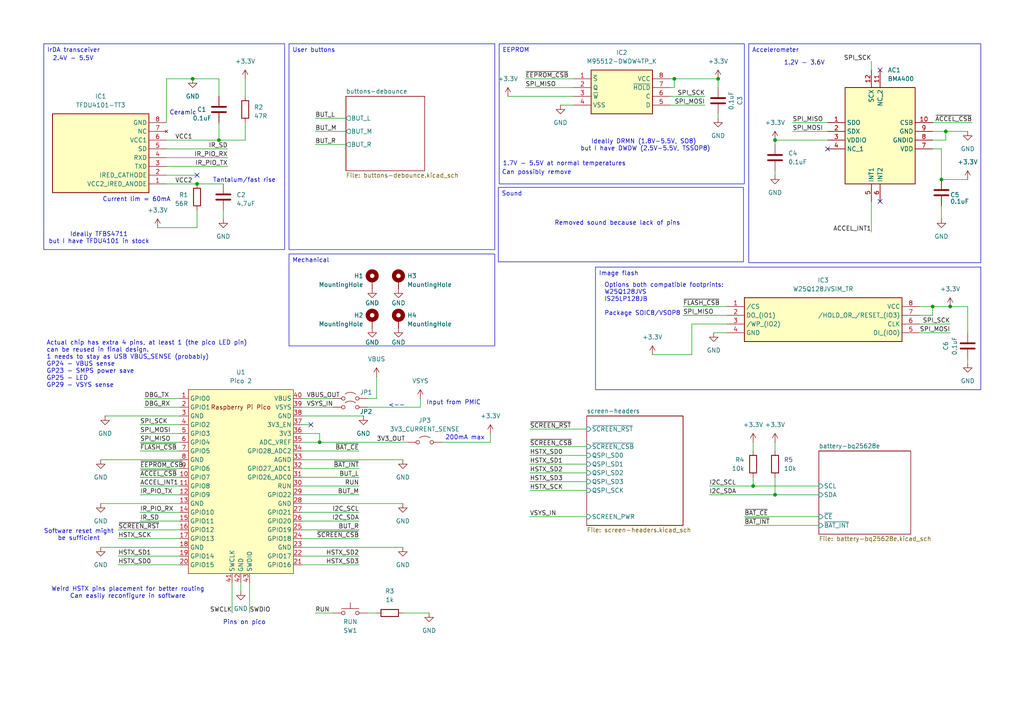
<source format=kicad_sch>
(kicad_sch (version 20231120) (generator "eeschema") (generator_version "8.0")
  (paper "A4")
  (lib_symbols
    (symbol "+3.3V_1" (power) (pin_numbers hide) (pin_names (offset 0) hide)
      (property "Value" "+3.3V" (at 0 3.556 0))
      (symbol "+3.3V_1_0_1"
        (polyline (pts (xy -0.762 1.27) (xy 0 2.54)))
        (polyline (pts (xy 0 0) (xy 0 2.54)))
        (polyline (pts (xy 0 2.54) (xy 0.762 1.27)))
      )
      (symbol "+3.3V_1_1_1"
        (pin power_in line (at 0 0 90) (length 0) (name "~") (number "1"))
      )
    )
    (symbol "BMA400_1"
      (property "Reference" "AC" (at 26.67 15.24 0))
      (property "Value" "BMA400" (at 26.67 12.7 0))
      (symbol "BMA400_1_1_1"
        (rectangle (start 5.08 10.16) (end 25.4 -17.78) (stroke (width 0.254)) (fill (type background)))
        (pin passive line (at 0 0 0) (length 5.08) (name "SDO") (number "1"))
        (pin passive line (at 30.48 0 180) (length 5.08) (name "CSB") (number "10"))
        (pin passive line (at 15.24 15.24 270) (length 5.08) (name "NC_2") (number "11"))
        (pin passive line (at 12.7 15.24 270) (length 5.08) (name "SCX") (number "12"))
        (pin passive line (at 0 -2.54 0) (length 5.08) (name "SDX") (number "2"))
        (pin passive line (at 0 -5.08 0) (length 5.08) (name "VDDIO") (number "3"))
        (pin passive line (at 0 -7.62 0) (length 5.08) (name "NC_1") (number "4"))
        (pin passive line (at 12.7 -22.86 90) (length 5.08) (name "INT1") (number "5"))
        (pin passive line (at 15.24 -22.86 90) (length 5.08) (name "INT2") (number "6"))
        (pin passive line (at 30.48 -7.62 180) (length 5.08) (name "VDD") (number "7"))
        (pin passive line (at 30.48 -5.08 180) (length 5.08) (name "GNDIO") (number "8"))
        (pin passive line (at 30.48 -2.54 180) (length 5.08) (name "GND") (number "9"))
      )
    )
    (symbol "Device:C" (pin_numbers hide) (pin_names (offset 0.254))
      (property "Reference" "C" (at 0.635 2.54 0))
      (property "Value" "C" (at 0.635 -2.54 0))
      (symbol "C_0_1"
        (polyline (pts (xy -2.032 -0.762) (xy 2.032 -0.762)) (stroke (width 0.508)))
        (polyline (pts (xy -2.032 0.762) (xy 2.032 0.762)) (stroke (width 0.508)))
      )
      (symbol "C_1_1"
        (pin passive line (at 0 3.81 270) (length 2.794) (name "~") (number "1"))
        (pin passive line (at 0 -3.81 90) (length 2.794) (name "~") (number "2"))
      )
    )
    (symbol "Device:R" (pin_numbers hide) (pin_names (offset 0))
      (property "Reference" "R" (at 2.032 0 90))
      (property "Value" "R" (at 0 0 90))
      (symbol "R_0_1"
        (rectangle (start -1.016 -2.54) (end 1.016 2.54) (stroke (width 0.254)))
      )
      (symbol "R_1_1"
        (pin passive line (at 0 3.81 270) (length 1.27) (name "~") (number "1"))
        (pin passive line (at 0 -3.81 90) (length 1.27) (name "~") (number "2"))
      )
    )
    (symbol "GND_1" (power) (pin_numbers hide) (pin_names (offset 0) hide)
      (property "Value" "GND" (at 0 -3.81 0))
      (symbol "GND_1_0_1"
        (polyline (pts (xy 0 0) (xy 0 -1.27) (xy 1.27 -1.27) (xy 0 -2.54) (xy -1.27 -1.27) (xy 0 -1.27)))
      )
      (symbol "GND_1_1_1"
        (pin power_in line (at 0 0 270) (length 0) (name "~") (number "1"))
      )
    )
    (symbol "Jumper:Jumper_2_Open" (pin_numbers hide) (pin_names (offset 0) hide) (exclude_from_sim yes)
      (property "Reference" "JP" (at 0 2.794 0))
      (property "Value" "Jumper_2_Open" (at 0 -2.286 0))
      (symbol "Jumper_2_Open_0_0"
        (circle (center -2.032 0) (radius 0.508))
        (circle (center 2.032 0) (radius 0.508))
      )
      (symbol "Jumper_2_Open_0_1"
        (arc (start 1.524 1.27) (mid 0 1.778) (end -1.524 1.27))
      )
      (symbol "Jumper_2_Open_1_1"
        (pin passive line (at -5.08 0 0) (length 2.54) (name "A") (number "1"))
        (pin passive line (at 5.08 0 180) (length 2.54) (name "B") (number "2"))
      )
    )
    (symbol "MCU_RaspberryPi_and_Boards:Pico"
      (property "Reference" "U" (at -13.97 27.94 0))
      (property "Value" "Pico" (at 0 19.05 0))
      (symbol "Pico_0_0"
        (text "Raspberry Pi Pico" (at 0 21.59 0) (effects (font (size 1.27 1.27))))
      )
      (symbol "Pico_0_1"
        (rectangle (start -15.24 26.67) (end 15.24 -26.67) (fill (type background)))
      )
      (symbol "Pico_1_1"
        (pin bidirectional line (at -17.78 24.13 0) (length 2.54) (name "GPIO0") (number "1"))
        (pin bidirectional line (at -17.78 1.27 0) (length 2.54) (name "GPIO7") (number "10"))
        (pin bidirectional line (at -17.78 -1.27 0) (length 2.54) (name "GPIO8") (number "11"))
        (pin bidirectional line (at -17.78 -3.81 0) (length 2.54) (name "GPIO9") (number "12"))
        (pin power_in line (at -17.78 -6.35 0) (length 2.54) (name "GND") (number "13"))
        (pin bidirectional line (at -17.78 -8.89 0) (length 2.54) (name "GPIO10") (number "14"))
        (pin bidirectional line (at -17.78 -11.43 0) (length 2.54) (name "GPIO11") (number "15"))
        (pin bidirectional line (at -17.78 -13.97 0) (length 2.54) (name "GPIO12") (number "16"))
        (pin bidirectional line (at -17.78 -16.51 0) (length 2.54) (name "GPIO13") (number "17"))
        (pin power_in line (at -17.78 -19.05 0) (length 2.54) (name "GND") (number "18"))
        (pin bidirectional line (at -17.78 -21.59 0) (length 2.54) (name "GPIO14") (number "19"))
        (pin bidirectional line (at -17.78 21.59 0) (length 2.54) (name "GPIO1") (number "2"))
        (pin bidirectional line (at -17.78 -24.13 0) (length 2.54) (name "GPIO15") (number "20"))
        (pin bidirectional line (at 17.78 -24.13 180) (length 2.54) (name "GPIO16") (number "21"))
        (pin bidirectional line (at 17.78 -21.59 180) (length 2.54) (name "GPIO17") (number "22"))
        (pin power_in line (at 17.78 -19.05 180) (length 2.54) (name "GND") (number "23"))
        (pin bidirectional line (at 17.78 -16.51 180) (length 2.54) (name "GPIO18") (number "24"))
        (pin bidirectional line (at 17.78 -13.97 180) (length 2.54) (name "GPIO19") (number "25"))
        (pin bidirectional line (at 17.78 -11.43 180) (length 2.54) (name "GPIO20") (number "26"))
        (pin bidirectional line (at 17.78 -8.89 180) (length 2.54) (name "GPIO21") (number "27"))
        (pin power_in line (at 17.78 -6.35 180) (length 2.54) (name "GND") (number "28"))
        (pin bidirectional line (at 17.78 -3.81 180) (length 2.54) (name "GPIO22") (number "29"))
        (pin power_in line (at -17.78 19.05 0) (length 2.54) (name "GND") (number "3"))
        (pin input line (at 17.78 -1.27 180) (length 2.54) (name "RUN") (number "30"))
        (pin bidirectional line (at 17.78 1.27 180) (length 2.54) (name "GPIO26_ADC0") (number "31"))
        (pin bidirectional line (at 17.78 3.81 180) (length 2.54) (name "GPIO27_ADC1") (number "32"))
        (pin power_in line (at 17.78 6.35 180) (length 2.54) (name "AGND") (number "33"))
        (pin bidirectional line (at 17.78 8.89 180) (length 2.54) (name "GPIO28_ADC2") (number "34"))
        (pin power_in line (at 17.78 11.43 180) (length 2.54) (name "ADC_VREF") (number "35"))
        (pin power_in line (at 17.78 13.97 180) (length 2.54) (name "3V3") (number "36"))
        (pin input line (at 17.78 16.51 180) (length 2.54) (name "3V3_EN") (number "37"))
        (pin bidirectional line (at 17.78 19.05 180) (length 2.54) (name "GND") (number "38"))
        (pin power_in line (at 17.78 21.59 180) (length 2.54) (name "VSYS") (number "39"))
        (pin bidirectional line (at -17.78 16.51 0) (length 2.54) (name "GPIO2") (number "4"))
        (pin power_in line (at 17.78 24.13 180) (length 2.54) (name "VBUS") (number "40"))
        (pin input line (at -2.54 -29.21 90) (length 2.54) (name "SWCLK") (number "41"))
        (pin power_in line (at 0 -29.21 90) (length 2.54) (name "GND") (number "42"))
        (pin bidirectional line (at 2.54 -29.21 90) (length 2.54) (name "SWDIO") (number "43"))
        (pin bidirectional line (at -17.78 13.97 0) (length 2.54) (name "GPIO3") (number "5"))
        (pin bidirectional line (at -17.78 11.43 0) (length 2.54) (name "GPIO4") (number "6"))
        (pin bidirectional line (at -17.78 8.89 0) (length 2.54) (name "GPIO5") (number "7"))
        (pin power_in line (at -17.78 6.35 0) (length 2.54) (name "GND") (number "8"))
        (pin bidirectional line (at -17.78 3.81 0) (length 2.54) (name "GPIO6") (number "9"))
      )
    )
    (symbol "Mechanical:MountingHole_Pad" (pin_numbers hide) (pin_names (offset 1.016) hide) (exclude_from_sim yes) (in_bom no)
      (property "Reference" "H" (at 0 6.35 0))
      (property "Value" "MountingHole_Pad" (at 0 4.445 0))
      (symbol "MountingHole_Pad_0_1"
        (circle (center 0 1.27) (radius 1.27) (stroke (width 1.27)))
      )
      (symbol "MountingHole_Pad_1_1"
        (pin input line (at 0 -2.54 90) (length 2.54) (name "1") (number "1"))
      )
    )
    (symbol "SamacSys_Parts:M95512-DWDW4TP_K"
      (property "Reference" "IC" (at 24.13 7.62 0))
      (property "Value" "M95512-DWDW4TP_K" (at 24.13 5.08 0))
      (symbol "M95512-DWDW4TP_K_1_1"
        (rectangle (start 5.08 2.54) (end 22.86 -10.16) (stroke (width 0.254)) (fill (type background)))
        (pin passive line (at 0 0 0) (length 5.08) (name "~{S}") (number "1"))
        (pin passive line (at 0 -2.54 0) (length 5.08) (name "Q") (number "2"))
        (pin passive line (at 0 -5.08 0) (length 5.08) (name "~{W}") (number "3"))
        (pin passive line (at 0 -7.62 0) (length 5.08) (name "VSS") (number "4"))
        (pin passive line (at 27.94 -7.62 180) (length 5.08) (name "D") (number "5"))
        (pin passive line (at 27.94 -5.08 180) (length 5.08) (name "C") (number "6"))
        (pin passive line (at 27.94 -2.54 180) (length 5.08) (name "~{HOLD}") (number "7"))
        (pin passive line (at 27.94 0 180) (length 5.08) (name "VCC") (number "8"))
      )
    )
    (symbol "SamacSys_Parts:TFDU4101-TT3"
      (property "Reference" "IC" (at 34.29 7.62 0))
      (property "Value" "TFDU4101-TT3" (at 34.29 5.08 0))
      (symbol "TFDU4101-TT3_1_1"
        (rectangle (start 5.08 2.54) (end 33.02 -20.32) (stroke (width 0.254)) (fill (type background)))
        (pin passive line (at 0 0 0) (length 5.08) (name "VCC2_IRED_ANODE") (number "1"))
        (pin passive line (at 0 -2.54 0) (length 5.08) (name "IRED_CATHODE") (number "2"))
        (pin passive line (at 0 -5.08 0) (length 5.08) (name "TXD") (number "3"))
        (pin passive line (at 0 -7.62 0) (length 5.08) (name "RXD") (number "4"))
        (pin passive line (at 0 -10.16 0) (length 5.08) (name "SD") (number "5"))
        (pin passive line (at 0 -12.7 0) (length 5.08) (name "VCC1") (number "6"))
        (pin no_connect line (at 0 -15.24 0) (length 5.08) (name "NC") (number "7"))
        (pin passive line (at 0 -17.78 0) (length 5.08) (name "GND") (number "8"))
      )
    )
    (symbol "SamacSys_Parts:W25Q128JVSIM_TR"
      (property "Reference" "IC" (at 52.07 7.62 0))
      (property "Value" "W25Q128JVSIM_TR" (at 52.07 5.08 0))
      (symbol "W25Q128JVSIM_TR_1_1"
        (rectangle (start 5.08 2.54) (end 50.8 -10.16) (stroke (width 0.254)) (fill (type background)))
        (pin passive line (at 0 0 0) (length 5.08) (name "/CS") (number "1"))
        (pin passive line (at 0 -2.54 0) (length 5.08) (name "DO_(IO1)") (number "2"))
        (pin passive line (at 0 -5.08 0) (length 5.08) (name "/WP_(IO2)") (number "3"))
        (pin passive line (at 0 -7.62 0) (length 5.08) (name "GND") (number "4"))
        (pin passive line (at 55.88 -7.62 180) (length 5.08) (name "DI_(IO0)") (number "5"))
        (pin passive line (at 55.88 -5.08 180) (length 5.08) (name "CLK") (number "6"))
        (pin passive line (at 55.88 -2.54 180) (length 5.08) (name "/HOLD_OR_/RESET_(IO3)") (number "7"))
        (pin passive line (at 55.88 0 180) (length 5.08) (name "VCC") (number "8"))
      )
    )
    (symbol "Switch:SW_Push" (pin_numbers hide) (pin_names (offset 1.016) hide)
      (property "Reference" "SW" (at 1.27 2.54 0))
      (property "Value" "SW_Push" (at 0 -1.524 0))
      (symbol "SW_Push_0_1"
        (circle (center -2.032 0) (radius 0.508))
        (polyline (pts (xy 0 1.27) (xy 0 3.048)))
        (polyline (pts (xy 2.54 1.27) (xy -2.54 1.27)))
        (circle (center 2.032 0) (radius 0.508))
        (pin passive line (at -5.08 0 0) (length 2.54) (name "1") (number "1"))
        (pin passive line (at 5.08 0 180) (length 2.54) (name "2") (number "2"))
      )
    )
    (symbol "power:+3.3V" (power) (pin_names (offset 0))
      (property "Value" "+3.3V" (at 0 3.556 0))
      (symbol "+3.3V_0_1"
        (polyline (pts (xy -0.762 1.27) (xy 0 2.54)))
        (polyline (pts (xy 0 0) (xy 0 2.54)))
        (polyline (pts (xy 0 2.54) (xy 0.762 1.27)))
      )
      (symbol "+3.3V_1_1"
        (pin power_in line (at 0 0 90) (length 0) hide (name "+3.3V") (number "1"))
      )
    )
    (symbol "power:GND" (power) (pin_names (offset 0))
      (property "Value" "GND" (at 0 -3.81 0))
      (symbol "GND_0_1"
        (polyline (pts (xy 0 0) (xy 0 -1.27) (xy 1.27 -1.27) (xy 0 -2.54) (xy -1.27 -1.27) (xy 0 -1.27)))
      )
      (symbol "GND_1_1"
        (pin power_in line (at 0 0 270) (length 0) hide (name "GND") (number "1"))
      )
    )
    (symbol "power:VBUS" (power) (pin_numbers hide) (pin_names (offset 0) hide)
      (property "Value" "VBUS" (at 0 3.556 0))
      (symbol "VBUS_0_1"
        (polyline (pts (xy -0.762 1.27) (xy 0 2.54)))
        (polyline (pts (xy 0 0) (xy 0 2.54)))
        (polyline (pts (xy 0 2.54) (xy 0.762 1.27)))
      )
      (symbol "VBUS_1_1"
        (pin power_in line (at 0 0 90) (length 0) (name "~") (number "1"))
      )
    )
    (symbol "power:VCC" (power) (pin_numbers hide) (pin_names (offset 0) hide)
      (property "Value" "VCC" (at 0 3.556 0))
      (symbol "VCC_0_1"
        (polyline (pts (xy -0.762 1.27) (xy 0 2.54)))
        (polyline (pts (xy 0 0) (xy 0 2.54)))
        (polyline (pts (xy 0 2.54) (xy 0.762 1.27)))
      )
      (symbol "VCC_1_1"
        (pin power_in line (at 0 0 90) (length 0) (name "~") (number "1"))
      )
    )
  )
  (junction (at 92.71 128.27))
  (junction (at 224.79 40.64))
  (junction (at 270.51 88.9))
  (junction (at 273.05 52.07))
  (junction (at 224.79 143.51))
  (junction (at 218.44 140.97))
  (junction (at 55.88 22.86))
  (junction (at 63.5 40.64))
  (junction (at 57.15 53.34))
  (junction (at 274.32 38.1))
  (junction (at 208.28 22.86))
  (junction (at 195.58 22.86))
  (junction (at 275.59 88.9))
  (no_connect (at 240.03 43.18))
  (no_connect (at 57.15 50.8))
  (no_connect (at 255.27 20.32))
  (no_connect (at 90.17 123.19))
  (no_connect (at 255.27 58.42))
  (wire (pts (xy 153.67 134.62) (xy 170.18 134.62)))
  (wire (pts (xy 40.64 148.59) (xy 52.07 148.59)))
  (wire (pts (xy 106.68 115.57) (xy 109.22 115.57)))
  (wire (pts (xy 40.64 123.19) (xy 52.07 123.19)))
  (wire (pts (xy 40.64 135.89) (xy 52.07 135.89)))
  (wire (pts (xy 208.28 34.29) (xy 208.28 33.02)))
  (wire (pts (xy 195.58 22.86) (xy 194.31 22.86)))
  (wire (pts (xy 40.64 140.97) (xy 52.07 140.97)))
  (wire (pts (xy 153.67 124.46) (xy 170.18 124.46)))
  (wire (pts (xy 48.26 22.86) (xy 55.88 22.86)))
  (wire (pts (xy 40.64 138.43) (xy 52.07 138.43)))
  (wire (pts (xy 29.21 146.05) (xy 52.07 146.05)))
  (wire (pts (xy 87.63 118.11) (xy 96.52 118.11)))
  (wire (pts (xy 87.63 151.13) (xy 104.14 151.13)))
  (wire (pts (xy 274.32 40.64) (xy 274.32 38.1)))
  (wire (pts (xy 48.26 45.72) (xy 66.04 45.72)))
  (wire (pts (xy 142.24 128.27) (xy 142.24 125.73)))
  (wire (pts (xy 91.44 34.29) (xy 100.33 34.29)))
  (wire (pts (xy 218.44 128.27) (xy 218.44 130.81)))
  (wire (pts (xy 153.67 132.08) (xy 170.18 132.08)))
  (wire (pts (xy 87.63 135.89) (xy 104.14 135.89)))
  (wire (pts (xy 218.44 138.43) (xy 218.44 140.97)))
  (wire (pts (xy 57.15 50.8) (xy 48.26 50.8)))
  (wire (pts (xy 45.72 66.04) (xy 57.15 66.04)))
  (wire (pts (xy 273.05 43.18) (xy 270.51 43.18)))
  (wire (pts (xy 224.79 41.91) (xy 224.79 40.64)))
  (wire (pts (xy 270.51 88.9) (xy 275.59 88.9)))
  (wire (pts (xy 87.63 163.83) (xy 104.14 163.83)))
  (wire (pts (xy 273.05 52.07) (xy 273.05 43.18)))
  (wire (pts (xy 41.91 118.11) (xy 52.07 118.11)))
  (wire (pts (xy 152.4 25.4) (xy 166.37 25.4)))
  (wire (pts (xy 252.73 58.42) (xy 252.73 67.31)))
  (wire (pts (xy 87.63 148.59) (xy 104.14 148.59)))
  (wire (pts (xy 224.79 50.8) (xy 224.79 49.53)))
  (wire (pts (xy 195.58 22.86) (xy 208.28 22.86)))
  (wire (pts (xy 270.51 35.56) (xy 281.94 35.56)))
  (wire (pts (xy 87.63 146.05) (xy 116.84 146.05)))
  (wire (pts (xy 274.32 38.1) (xy 270.51 38.1)))
  (wire (pts (xy 48.26 53.34) (xy 57.15 53.34)))
  (wire (pts (xy 194.31 27.94) (xy 204.47 27.94)))
  (wire (pts (xy 34.29 163.83) (xy 52.07 163.83)))
  (wire (pts (xy 116.84 177.8) (xy 124.46 177.8)))
  (wire (pts (xy 87.63 138.43) (xy 104.14 138.43)))
  (wire (pts (xy 87.63 158.75) (xy 116.84 158.75)))
  (wire (pts (xy 205.74 140.97) (xy 218.44 140.97)))
  (wire (pts (xy 200.66 93.98) (xy 210.82 93.98)))
  (wire (pts (xy 87.63 123.19) (xy 90.17 123.19)))
  (wire (pts (xy 29.21 158.75) (xy 52.07 158.75)))
  (wire (pts (xy 106.68 118.11) (xy 121.92 118.11)))
  (wire (pts (xy 224.79 40.64) (xy 240.03 40.64)))
  (wire (pts (xy 252.73 17.78) (xy 252.73 20.32)))
  (wire (pts (xy 121.92 118.11) (xy 121.92 115.57)))
  (wire (pts (xy 153.67 149.86) (xy 170.18 149.86)))
  (wire (pts (xy 57.15 66.04) (xy 57.15 60.96)))
  (wire (pts (xy 64.77 63.5) (xy 64.77 60.96)))
  (wire (pts (xy 87.63 128.27) (xy 92.71 128.27)))
  (wire (pts (xy 200.66 102.87) (xy 200.66 93.98)))
  (wire (pts (xy 153.67 137.16) (xy 170.18 137.16)))
  (wire (pts (xy 195.58 25.4) (xy 194.31 25.4)))
  (wire (pts (xy 91.44 177.8) (xy 96.52 177.8)))
  (wire (pts (xy 229.87 35.56) (xy 240.03 35.56)))
  (wire (pts (xy 41.91 115.57) (xy 52.07 115.57)))
  (wire (pts (xy 280.67 38.1) (xy 274.32 38.1)))
  (wire (pts (xy 198.12 91.44) (xy 210.82 91.44)))
  (wire (pts (xy 270.51 91.44) (xy 266.7 91.44)))
  (wire (pts (xy 40.64 151.13) (xy 52.07 151.13)))
  (wire (pts (xy 87.63 133.35) (xy 116.84 133.35)))
  (wire (pts (xy 210.82 96.52) (xy 207.01 96.52)))
  (wire (pts (xy 153.67 129.54) (xy 170.18 129.54)))
  (wire (pts (xy 87.63 115.57) (xy 96.52 115.57)))
  (wire (pts (xy 153.67 139.7) (xy 170.18 139.7)))
  (wire (pts (xy 194.31 30.48) (xy 204.47 30.48)))
  (wire (pts (xy 162.56 30.48) (xy 166.37 30.48)))
  (wire (pts (xy 215.9 152.4) (xy 237.49 152.4)))
  (wire (pts (xy 152.4 22.86) (xy 166.37 22.86)))
  (wire (pts (xy 229.87 38.1) (xy 240.03 38.1)))
  (wire (pts (xy 34.29 161.29) (xy 52.07 161.29)))
  (wire (pts (xy 48.26 43.18) (xy 66.04 43.18)))
  (wire (pts (xy 128.27 128.27) (xy 142.24 128.27)))
  (wire (pts (xy 87.63 120.65) (xy 105.41 120.65)))
  (wire (pts (xy 40.64 143.51) (xy 52.07 143.51)))
  (wire (pts (xy 280.67 88.9) (xy 280.67 96.52)))
  (wire (pts (xy 63.5 22.86) (xy 63.5 27.94)))
  (wire (pts (xy 87.63 140.97) (xy 104.14 140.97)))
  (wire (pts (xy 91.44 38.1) (xy 100.33 38.1)))
  (wire (pts (xy 270.51 40.64) (xy 274.32 40.64)))
  (wire (pts (xy 205.74 143.51) (xy 224.79 143.51)))
  (wire (pts (xy 30.48 120.65) (xy 52.07 120.65)))
  (wire (pts (xy 280.67 88.9) (xy 275.59 88.9)))
  (wire (pts (xy 218.44 140.97) (xy 237.49 140.97)))
  (wire (pts (xy 87.63 143.51) (xy 104.14 143.51)))
  (wire (pts (xy 92.71 125.73) (xy 92.71 128.27)))
  (wire (pts (xy 147.32 27.94) (xy 166.37 27.94)))
  (wire (pts (xy 34.29 153.67) (xy 52.07 153.67)))
  (wire (pts (xy 215.9 149.86) (xy 237.49 149.86)))
  (wire (pts (xy 109.22 115.57) (xy 109.22 109.22)))
  (wire (pts (xy 106.68 177.8) (xy 109.22 177.8)))
  (wire (pts (xy 71.12 22.86) (xy 71.12 27.94)))
  (wire (pts (xy 224.79 138.43) (xy 224.79 143.51)))
  (wire (pts (xy 275.59 93.98) (xy 266.7 93.98)))
  (wire (pts (xy 266.7 88.9) (xy 270.51 88.9)))
  (wire (pts (xy 34.29 156.21) (xy 52.07 156.21)))
  (wire (pts (xy 198.12 88.9) (xy 210.82 88.9)))
  (wire (pts (xy 48.26 22.86) (xy 48.26 35.56)))
  (wire (pts (xy 72.39 168.91) (xy 72.39 177.8)))
  (wire (pts (xy 273.05 52.07) (xy 280.67 52.07)))
  (wire (pts (xy 189.23 102.87) (xy 200.66 102.87)))
  (wire (pts (xy 69.85 168.91) (xy 69.85 171.45)))
  (wire (pts (xy 87.63 156.21) (xy 104.14 156.21)))
  (wire (pts (xy 92.71 128.27) (xy 118.11 128.27)))
  (wire (pts (xy 40.64 125.73) (xy 52.07 125.73)))
  (wire (pts (xy 153.67 142.24) (xy 170.18 142.24)))
  (wire (pts (xy 280.67 105.41) (xy 280.67 104.14)))
  (wire (pts (xy 87.63 153.67) (xy 104.14 153.67)))
  (wire (pts (xy 195.58 22.86) (xy 195.58 25.4)))
  (wire (pts (xy 67.31 168.91) (xy 67.31 177.8)))
  (wire (pts (xy 91.44 41.91) (xy 100.33 41.91)))
  (wire (pts (xy 40.64 130.81) (xy 52.07 130.81)))
  (wire (pts (xy 87.63 125.73) (xy 92.71 125.73)))
  (wire (pts (xy 63.5 40.64) (xy 63.5 35.56)))
  (wire (pts (xy 87.63 130.81) (xy 104.14 130.81)))
  (wire (pts (xy 275.59 96.52) (xy 266.7 96.52)))
  (wire (pts (xy 63.5 40.64) (xy 71.12 40.64)))
  (wire (pts (xy 224.79 143.51) (xy 237.49 143.51)))
  (wire (pts (xy 208.28 22.86) (xy 208.28 25.4)))
  (wire (pts (xy 71.12 40.64) (xy 71.12 35.56)))
  (wire (pts (xy 273.05 59.69) (xy 273.05 63.5)))
  (wire (pts (xy 48.26 48.26) (xy 66.04 48.26)))
  (wire (pts (xy 57.15 53.34) (xy 64.77 53.34)))
  (wire (pts (xy 87.63 161.29) (xy 104.14 161.29)))
  (wire (pts (xy 224.79 128.27) (xy 224.79 130.81)))
  (wire (pts (xy 270.51 88.9) (xy 270.51 91.44)))
  (wire (pts (xy 55.88 22.86) (xy 63.5 22.86)))
  (wire (pts (xy 29.21 133.35) (xy 52.07 133.35)))
  (wire (pts (xy 48.26 40.64) (xy 63.5 40.64)))
  (wire (pts (xy 40.64 128.27) (xy 52.07 128.27)))
  (text_box "User buttons\n" (at 83.82 12.7 0) (size 59.69 59.69) (effects (font (size 1.27 1.27)) (justify left top)))
  (text_box "Accelerometer" (at 217.17 12.7 0) (size 67.31 63.5) (effects (font (size 1.27 1.27)) (justify left top)))
  (text_box "Sound\n" (at 144.526 54.356 0) (size 71.12 21.59) (effects (font (size 1.27 1.27)) (justify left top)))
  (text_box "Image flash" (at 172.72 77.47 0) (size 111.76 35.56) (effects (font (size 1.27 1.27)) (justify left top)))
  (text_box "Mechanical" (at 83.82 73.66 0) (size 59.69 26.67) (effects (font (size 1.27 1.27)) (justify left top)))
  (text_box "IrDA transceiver\n" (at 12.7 12.7 0) (size 69.85 59.69) (effects (font (size 1.27 1.27)) (justify left top)))
  (text_box "EEPROM\n" (at 144.78 12.7 0) (size 71.12 40.64) (effects (font (size 1.27 1.27)) (justify left top)))
  (text "Can possibly remove\n" (at 145.542 50.8 0) (effects (font (size 1.27 1.27)) (justify left bottom)))
  (text "2.4V - 5.5V" (at 15.24 17.78 0) (effects (font (size 1.27 1.27)) (justify left bottom)))
  (text "Input from PMIC" (at 131.572 116.84 0) (effects (font (size 1.27 1.27))))
  (text "200mA max" (at 134.874 127 0) (effects (font (size 1.27 1.27))))
  (text "Software reset might\nbe sufficient" (at 22.86 155.194 0) (effects (font (size 1.27 1.27))))
  (text "Current lim = 60mA" (at 39.624 57.912 0) (effects (font (size 1.27 1.27))))
  (text "1.7V - 5.5V at normal temperatures" (at 145.796 48.26 0) (effects (font (size 1.27 1.27)) (justify left bottom)))
  (text "Actual chip has extra 4 pins, at least 1 (the pico LED pin)\ncan be reused in final design.\n1 needs to stay as USB VBUS_SENSE (probably)\nGP24 - VBUS sense\nGP23 - SMPS power save\nGP25 - LED\nGP29 - VSYS sense" (at 13.462 105.664 0) (effects (font (size 1.27 1.27)) (justify left)))
  (text "Pins on pico" (at 70.866 180.594 0) (effects (font (size 1.27 1.27))))
  (text "Ideally DRMN (1.8V-5.5V, SO8) \nbut I have DWDW (2.5V-5.5V, TSSOP8)" (at 187.198 42.164 0) (effects (font (size 1.27 1.27))))
  (text "Tantalum/fast rise" (at 70.866 52.324 0) (effects (font (size 1.27 1.27))))
  (text "Ideally TFBS4711\nbut I have TFDU4101 in stock" (at 28.702 69.088 0) (effects (font (size 1.27 1.27))))
  (text "Options both compatible footprints:\nW25Q128JVS\nIS25LP128JB\n\nPackage SOIC8/VSOP8" (at 175.26 91.694 0) (effects (font (size 1.27 1.27)) (justify left bottom)))
  (text "1.2V - 3.6V" (at 227.33 19.05 0) (effects (font (size 1.27 1.27)) (justify left bottom)))
  (text "Weird HSTX pins placement for better routing\nCan easily reconfigure in software" (at 37.084 171.958 0) (effects (font (size 1.27 1.27))))
  (text "Ceramic" (at 53.086 32.766 0) (effects (font (size 1.27 1.27))))
  (text "<--" (at 115.062 117.602 0) (effects (font (size 1.27 1.27))))
  (text "Removed sound because lack of pins" (at 179.07 64.77 0) (effects (font (size 1.27 1.27))))
  (label "SPI_MISO" (at 40.64 128.27 0))
  (label "RUN" (at 104.14 140.97 180))
  (label "I2C_SCL" (at 205.74 140.97 0))
  (label "IR_PIO_TX" (at 40.64 143.51 0))
  (label "I2C_SDA" (at 104.14 151.13 180))
  (label "BUT_L" (at 104.14 138.43 180))
  (label "~{SCREEN_RST}" (at 153.67 124.46 0))
  (label "VBUS_OUT" (at 88.9 115.57 0))
  (label "BUT_R" (at 91.44 41.91 0))
  (label "SPI_SCK" (at 275.59 93.98 180))
  (label "SPI_SCK" (at 252.73 17.78 180))
  (label "ACCEL_INT1" (at 40.64 140.97 0))
  (label "HSTX_SD3" (at 153.67 139.7 0))
  (label "BUT_M" (at 104.14 143.51 180))
  (label "IR_PIO_RX" (at 66.04 45.72 180))
  (label "IR_PIO_TX" (at 66.04 48.26 180))
  (label "RUN" (at 91.44 177.8 0))
  (label "BUT_R" (at 104.14 153.67 180))
  (label "~{SCREEN_RST}" (at 34.29 153.67 0))
  (label "SPI_MISO" (at 198.12 91.44 0))
  (label "IR_SD" (at 40.64 151.13 0))
  (label "I2C_SDA" (at 205.74 143.51 0))
  (label "~{SCREEN_CSB}" (at 104.14 156.21 180))
  (label "VSYS_IN" (at 153.67 149.86 0))
  (label "VSYS_IN" (at 88.9 118.11 0))
  (label "~{SCREEN_CSB}" (at 153.67 129.54 0))
  (label "BUT_M" (at 91.44 38.1 0))
  (label "DBG_TX" (at 41.91 115.57 0))
  (label "SPI_MISO" (at 152.4 25.4 0))
  (label "~{FLASH_CSB}" (at 40.64 130.81 0))
  (label "HSTX_SD2" (at 104.14 161.29 180))
  (label "3V3_OUT" (at 109.22 128.27 0))
  (label "SPI_MOSI" (at 275.59 96.52 180))
  (label "IR_PIO_RX" (at 40.64 148.59 0))
  (label "HSTX_SCK" (at 153.67 142.24 0))
  (label "SWDIO" (at 72.39 177.8 0))
  (label "ACCEL_INT1" (at 252.73 67.31 180))
  (label "HSTX_SD0" (at 34.29 163.83 0))
  (label "~{FLASH_CSB}" (at 198.12 88.9 0))
  (label "SPI_MOSI" (at 40.64 125.73 0))
  (label "~{BAT_CE}" (at 215.9 149.86 0))
  (label "IR_SD" (at 66.04 43.18 180))
  (label "SPI_MISO" (at 229.87 35.56 0))
  (label "SPI_SCK" (at 40.64 123.19 0))
  (label "~{BAT_CE}" (at 104.14 130.81 180))
  (label "HSTX_SD1" (at 153.67 134.62 0))
  (label "SPI_MOSI" (at 204.47 30.48 180))
  (label "~{EEPROM_CSB}" (at 40.64 135.89 0))
  (label "HSTX_SD1" (at 34.29 161.29 0))
  (label "SPI_SCK" (at 204.47 27.94 180))
  (label "DBG_RX" (at 41.91 118.11 0))
  (label "~{ACCEL_CSB}" (at 281.94 35.56 180))
  (label "VCC2" (at 50.8 53.34 0))
  (label "~{BAT_INT}" (at 215.9 152.4 0))
  (label "HSTX_SCK" (at 34.29 156.21 0))
  (label "HSTX_SD3" (at 104.14 163.83 180))
  (label "BUT_L" (at 91.44 34.29 0))
  (label "SPI_MOSI" (at 229.87 38.1 0))
  (label "SWCLK" (at 67.31 177.8 180))
  (label "I2C_SCL" (at 104.14 148.59 180))
  (label "VCC1" (at 50.8 40.64 0))
  (label "HSTX_SD2" (at 153.67 137.16 0))
  (label "~{EEPROM_CSB}" (at 152.4 22.86 0))
  (label "HSTX_SD0" (at 153.67 132.08 0))
  (label "~{ACCEL_CSB}" (at 40.64 138.43 0))
  (label "~{BAT_INT}" (at 104.14 135.89 180))
  (symbol (lib_id "power:GND") (at 115.57 83.82 0) (unit 1)
    (property "Reference" "#PWR049" (effects (hide yes)))
    (property "Value" "GND" (at 115.57 87.884 0))
  )
  (symbol (lib_id "SamacSys_Parts:TFDU4101-TT3") (at 48.26 53.34 180) (unit 1)
    (property "Reference" "IC1" (at 29.21 27.94 0))
    (property "Value" "TFDU4101-TT3" (at 29.21 30.48 0))
    (property "Footprint" "SamacsysParts:TFDU4101-TR3" (effects (hide yes)))
    (property "Datasheet" "https://www.vishay.com/docs/81288/tfdu4101.pdf" (effects (hide yes)))
    (property "Description" "TFDU4101-TT3 Vishay, IR Transceiver, 900nm 115.2kbit/s, 1m Range, SMT, 9.7 x 4.7 x 4mm" (effects (hide yes)))
    (property "Mouser Part Number" "782-TFDU4101-TT3" (effects (hide yes)))
    (property "Mouser Price/Stock" "https://www.mouser.co.uk/ProductDetail/Vishay-Semiconductors/TFDU4101-TT3?qs=quKhnJqH4FjS%252BNmEWt20aw%3D%3D" (effects (hide yes)))
    (property "Manufacturer_Name" "Vishay" (effects (hide yes)))
    (property "Manufacturer_Part_Number" "TFDU4101-TT3" (effects (hide yes)))
  )
  (symbol (lib_id "power:GND") (at 55.88 22.86 0) (unit 1)
    (property "Reference" "#PWR06" (effects (hide yes)))
    (property "Value" "GND" (at 55.88 27.94 0))
  )
  (symbol (lib_id "power:GND") (at 280.67 105.41 0) (unit 1)
    (property "Reference" "#PWR033" (effects (hide yes)))
    (property "Value" "GND" (at 280.67 110.49 0))
  )
  (symbol (lib_id "power:GND") (at 207.01 96.52 0) (unit 1)
    (property "Reference" "#PWR022" (effects (hide yes)))
    (property "Value" "GND" (at 207.01 101.6 0))
  )
  (symbol (lib_id "Device:C") (at 63.5 31.75 0) (unit 1)
    (property "Reference" "C1" (at 57.15 31.75 0) (effects (justify left)))
    (property "Value" "0.1uF" (at 55.88 34.29 0) (effects (justify left)))
    (property "Footprint" "Capacitor_SMD:C_0402_1005Metric" (effects (hide yes)))
  )
  (symbol (lib_id "Jumper:Jumper_2_Open") (at 101.6 118.11 0) (unit 1) (exclude_from_sim yes)
    (property "Reference" "JP2" (at 106.172 119.38 0))
    (property "Value" "VSYS_SENSE" (effects (hide yes)))
    (property "Footprint" "Connector_PinHeader_2.54mm:PinHeader_1x02_P2.54mm_Vertical" (effects (hide yes)))
    (property "Description" "Jumper, 2-pole, open" (effects (hide yes)))
  )
  (symbol (lib_id "power:+3.3V") (at 280.67 52.07 0) (unit 1)
    (property "Reference" "#PWR032" (effects (hide yes)))
    (property "Value" "+3.3V" (at 280.67 46.99 0))
  )
  (symbol (lib_id "power:GND") (at 273.05 63.5 0) (unit 1)
    (property "Reference" "#PWR029" (effects (hide yes)))
    (property "Value" "GND" (at 273.05 68.58 0))
  )
  (symbol (lib_id "power:VCC") (at 121.92 115.57 0) (unit 1)
    (property "Reference" "#PWR016" (effects (hide yes)))
    (property "Value" "VSYS" (at 121.92 110.49 0))
    (property "Description" "Power symbol creates a global label with name \"VCC\"" (effects (hide yes)))
  )
  (symbol (lib_id "power:GND") (at 107.95 83.82 0) (unit 1)
    (property "Reference" "#PWR045" (effects (hide yes)))
    (property "Value" "GND" (at 107.95 87.884 0))
  )
  (symbol (lib_id "power:GND") (at 280.67 38.1 0) (unit 1)
    (property "Reference" "#PWR031" (effects (hide yes)))
    (property "Value" "GND" (at 280.67 43.18 0))
  )
  (symbol (lib_id "power:GND") (at 208.28 34.29 0) (unit 1)
    (property "Reference" "#PWR024" (effects (hide yes)))
    (property "Value" "GND" (at 208.28 39.37 0))
  )
  (symbol (lib_name "GND_1") (lib_id "power:GND") (at 116.84 146.05 0) (unit 1)
    (property "Reference" "#PWR014" (effects (hide yes)))
    (property "Value" "GND" (at 116.84 151.13 0))
    (property "Description" "Power symbol creates a global label with name \"GND\" , ground" (effects (hide yes)))
  )
  (symbol (lib_name "+3.3V_1") (lib_id "power:+3.3V") (at 218.44 128.27 0) (unit 1)
    (property "Reference" "#PWR025" (effects (hide yes)))
    (property "Value" "+3.3V" (at 218.44 123.19 0))
    (property "Description" "Power symbol creates a global label with name \"+3.3V\"" (effects (hide yes)))
  )
  (symbol (lib_id "power:+3.3V") (at 45.72 66.04 0) (unit 1)
    (property "Reference" "#PWR05" (effects (hide yes)))
    (property "Value" "+3.3V" (at 45.72 60.96 0))
  )
  (symbol (lib_id "Device:C") (at 273.05 55.88 180) (unit 1)
    (property "Reference" "C5" (at 275.59 56.515 0) (effects (justify right)))
    (property "Value" "0.1uF" (at 275.59 58.42 0) (effects (justify right)))
    (property "Footprint" "Capacitor_SMD:C_0402_1005Metric" (effects (hide yes)))
  )
  (symbol (lib_id "SamacSys_Parts:W25Q128JVSIM_TR") (at 210.82 88.9 0) (unit 1)
    (property "Reference" "IC3" (at 238.76 81.28 0))
    (property "Value" "W25Q128JVSIM_TR" (at 238.76 83.82 0))
    (property "Footprint" "SamacsysParts:SOIC127P790X216-8N" (effects (hide yes)))
    (property "Datasheet" "http://www.winbond.com/resource-files/w25q128jv%20dtr%20revb%2011042016.pdf" (effects (hide yes)))
    (property "Description" "3V 128M-BIT SERIAL FLASH MEMORY WITH DUAL/QUAD SPI & QPI & DTR" (effects (hide yes)))
    (property "Height" "2.16" (effects (hide yes)))
    (property "Mouser Part Number" "454-W25Q128JVSIMTR" (effects (hide yes)))
    (property "Mouser Price/Stock" "https://www.mouser.co.uk/ProductDetail/Winbond/W25Q128JVSIM-TR?qs=qSfuJ%252Bfl%2Fd6ji9IuruL6Zg%3D%3D" (effects (hide yes)))
    (property "Manufacturer_Name" "Winbond" (effects (hide yes)))
    (property "Manufacturer_Part_Number" "W25Q128JVSIM TR" (effects (hide yes)))
  )
  (symbol (lib_id "Device:C") (at 224.79 45.72 0) (unit 1)
    (property "Reference" "C4" (at 228.6 44.4499 0) (effects (justify left)))
    (property "Value" "0.1uF" (at 228.6 46.9899 0) (effects (justify left)))
    (property "Footprint" "Capacitor_SMD:C_0402_1005Metric" (effects (hide yes)))
  )
  (symbol (lib_id "power:GND") (at 224.79 50.8 0) (unit 1)
    (property "Reference" "#PWR027" (effects (hide yes)))
    (property "Value" "GND" (at 224.79 55.88 0))
  )
  (symbol (lib_id "power:+3.3V") (at 275.59 88.9 0) (unit 1)
    (property "Reference" "#PWR030" (effects (hide yes)))
    (property "Value" "+3.3V" (at 275.59 83.82 0))
  )
  (symbol (lib_name "+3.3V_1") (lib_id "power:+3.3V") (at 224.79 128.27 0) (unit 1)
    (property "Reference" "#PWR028" (effects (hide yes)))
    (property "Value" "+3.3V" (at 224.79 123.19 0))
    (property "Description" "Power symbol creates a global label with name \"+3.3V\"" (effects (hide yes)))
  )
  (symbol (lib_name "BMA400_1") (lib_id "SamacSys_Parts:BMA400") (at 240.03 35.56 0) (unit 1)
    (property "Reference" "AC1" (at 257.4641 20.32 0) (effects (justify left)))
    (property "Value" "BMA400" (at 257.4641 22.86 0) (effects (justify left)))
    (property "Footprint" "SamacsysParts:BOSCH_LGA-12" (effects (hide yes)))
    (property "Datasheet" "https://datasheet.datasheetarchive.com/originals/distributors/Datasheets_SAMA/fa80b3d87963a3ff599e323b9a26d827.pdf" (effects (hide yes)))
    (property "Description" "Ultra-low power triaxial accelerometer" (effects (hide yes)))
    (property "Mouser Part Number" "262-BMA400" (effects (hide yes)))
    (property "Mouser Price/Stock" "https://www.mouser.co.uk/ProductDetail/Bosch-Sensortec/BMA400?qs=f9yNj16SXrKBoguHUc32eQ%3D%3D" (effects (hide yes)))
    (property "Manufacturer_Name" "BOSCH" (effects (hide yes)))
    (property "Manufacturer_Part_Number" "BMA400" (effects (hide yes)))
  )
  (symbol (lib_id "power:+3.3V") (at 189.23 102.87 0) (unit 1)
    (property "Reference" "#PWR021" (effects (hide yes)))
    (property "Value" "+3.3V" (at 189.23 97.79 0))
  )
  (symbol (lib_name "GND_1") (lib_id "power:GND") (at 116.84 133.35 0) (unit 1)
    (property "Reference" "#PWR013" (effects (hide yes)))
    (property "Value" "GND" (at 116.84 138.43 0))
    (property "Description" "Power symbol creates a global label with name \"GND\" , ground" (effects (hide yes)))
  )
  (symbol (lib_id "Device:R") (at 224.79 134.62 0) (mirror y) (unit 1)
    (property "Reference" "R5" (at 227.33 133.3499 0) (effects (justify right)))
    (property "Value" "10k" (at 227.33 135.8899 0) (effects (justify right)))
    (property "Footprint" "Resistor_SMD:R_0402_1005Metric" (effects (hide yes)))
    (property "Description" "Resistor" (effects (hide yes)))
  )
  (symbol (lib_name "GND_1") (lib_id "power:GND") (at 29.21 146.05 0) (unit 1)
    (property "Reference" "#PWR02" (effects (hide yes)))
    (property "Value" "GND" (at 29.21 151.13 0))
    (property "Description" "Power symbol creates a global label with name \"GND\" , ground" (effects (hide yes)))
  )
  (symbol (lib_id "power:GND") (at 115.57 95.25 0) (unit 1)
    (property "Reference" "#PWR063" (effects (hide yes)))
    (property "Value" "GND" (at 115.57 99.314 0))
  )
  (symbol (lib_id "Device:C") (at 280.67 100.33 0) (unit 1)
    (property "Reference" "C6" (at 274.32 100.33 90))
    (property "Value" "0.1uF" (at 276.86 100.33 90))
    (property "Footprint" "Capacitor_SMD:C_0402_1005Metric" (effects (hide yes)))
  )
  (symbol (lib_id "power:GND") (at 124.46 177.8 0) (unit 1)
    (property "Reference" "#PWR017" (effects (hide yes)))
    (property "Value" "GND" (at 124.46 182.88 0))
  )
  (symbol (lib_id "power:+3.3V") (at 208.28 22.86 0) (unit 1)
    (property "Reference" "#PWR023" (effects (hide yes)))
    (property "Value" "+3.3V" (at 208.28 17.78 0))
  )
  (symbol (lib_name "+3.3V_1") (lib_id "power:+3.3V") (at 142.24 125.73 0) (unit 1)
    (property "Reference" "#PWR018" (effects (hide yes)))
    (property "Value" "+3.3V" (at 142.24 120.65 0))
    (property "Description" "Power symbol creates a global label with name \"+3.3V\"" (effects (hide yes)))
  )
  (symbol (lib_id "SamacSys_Parts:M95512-DWDW4TP_K") (at 166.37 22.86 0) (unit 1)
    (property "Reference" "IC2" (at 180.34 15.24 0))
    (property "Value" "M95512-DWDW4TP_K" (at 180.34 17.78 0))
    (property "Footprint" "SamacsysParts:SOP65P640X120-8N" (effects (hide yes)))
    (property "Datasheet" "https://www.st.com/resource/en/datasheet/m95512-a125.pdf" (effects (hide yes)))
    (property "Description" "Automotive 512 Kbit SPI bus EEPROM with high speed clock" (effects (hide yes)))
    (property "Height" "1.2" (effects (hide yes)))
    (property "Mouser Part Number" "511-M95512-DWDW4TP/K" (effects (hide yes)))
    (property "Mouser Price/Stock" "https://www.mouser.co.uk/ProductDetail/STMicroelectronics/M95512-DWDW4TP-K?qs=gNDSiZmRJS8kMWQ2whknqA%3D%3D" (effects (hide yes)))
    (property "Manufacturer_Name" "STMicroelectronics" (effects (hide yes)))
    (property "Manufacturer_Part_Number" "M95512-DWDW4TP/K" (effects (hide yes)))
  )
  (symbol (lib_name "GND_1") (lib_id "power:GND") (at 105.41 120.65 0) (unit 1)
    (property "Reference" "#PWR012" (effects (hide yes)))
    (property "Value" "GND" (at 105.41 125.73 0))
    (property "Description" "Power symbol creates a global label with name \"GND\" , ground" (effects (hide yes)))
  )
  (symbol (lib_id "Device:R") (at 71.12 31.75 0) (unit 1)
    (property "Reference" "R2" (at 73.66 31.115 0) (effects (justify left)))
    (property "Value" "47R" (at 73.66 33.655 0) (effects (justify left)))
    (property "Footprint" "Resistor_SMD:R_0402_1005Metric" (effects (hide yes)))
  )
  (symbol (lib_id "power:+3.3V") (at 71.12 22.86 0) (unit 1)
    (property "Reference" "#PWR09" (effects (hide yes)))
    (property "Value" "+3.3V" (at 71.12 17.78 0))
  )
  (symbol (lib_id "power:GND") (at 162.56 30.48 0) (unit 1)
    (property "Reference" "#PWR020" (effects (hide yes)))
    (property "Value" "GND" (at 162.56 35.56 0))
  )
  (symbol (lib_id "Mechanical:MountingHole_Pad") (at 115.57 92.71 0) (mirror y) (unit 1) (exclude_from_sim yes) (in_bom no)
    (property "Reference" "H4" (at 118.11 91.4399 0) (effects (justify right)))
    (property "Value" "MountingHole" (at 118.11 93.9799 0) (effects (justify right)))
    (property "Footprint" "MountingHole:MountingHole_2.2mm_M2_DIN965_Pad_TopBottom" (effects (hide yes)))
    (property "Description" "Mounting Hole with connection" (effects (hide yes)))
  )
  (symbol (lib_id "Mechanical:MountingHole_Pad") (at 107.95 81.28 0) (unit 1) (exclude_from_sim yes) (in_bom no)
    (property "Reference" "H1" (at 105.41 80.0099 0) (effects (justify right)))
    (property "Value" "MountingHole" (at 105.41 82.5499 0) (effects (justify right)))
    (property "Footprint" "MountingHole:MountingHole_2.2mm_M2_DIN965_Pad_TopBottom" (effects (hide yes)))
    (property "Description" "Mounting Hole with connection" (effects (hide yes)))
  )
  (symbol (lib_name "GND_1") (lib_id "power:GND") (at 30.48 120.65 0) (unit 1)
    (property "Reference" "#PWR04" (effects (hide yes)))
    (property "Value" "GND" (at 30.48 125.73 0))
    (property "Description" "Power symbol creates a global label with name \"GND\" , ground" (effects (hide yes)))
  )
  (symbol (lib_id "Mechanical:MountingHole_Pad") (at 107.95 92.71 0) (unit 1) (exclude_from_sim yes) (in_bom no)
    (property "Reference" "H2" (at 105.41 91.4399 0) (effects (justify right)))
    (property "Value" "MountingHole" (at 105.41 93.9799 0) (effects (justify right)))
    (property "Footprint" "MountingHole:MountingHole_2.2mm_M2_DIN965_Pad_TopBottom" (effects (hide yes)))
    (property "Description" "Mounting Hole with connection" (effects (hide yes)))
  )
  (symbol (lib_id "Device:R") (at 57.15 57.15 0) (mirror y) (unit 1)
    (property "Reference" "R1" (at 54.61 56.515 0) (effects (justify left)))
    (property "Value" "56R" (at 54.61 59.055 0) (effects (justify left)))
    (property "Footprint" "Resistor_SMD:R_0402_1005Metric" (effects (hide yes)))
  )
  (symbol (lib_id "power:GND") (at 64.77 63.5 0) (unit 1)
    (property "Reference" "#PWR07" (effects (hide yes)))
    (property "Value" "GND" (at 64.77 68.58 0))
  )
  (symbol (lib_id "Device:R") (at 218.44 134.62 0) (unit 1)
    (property "Reference" "R4" (at 215.9 133.3499 0) (effects (justify right)))
    (property "Value" "10k" (at 215.9 135.8899 0) (effects (justify right)))
    (property "Footprint" "Resistor_SMD:R_0402_1005Metric" (effects (hide yes)))
    (property "Description" "Resistor" (effects (hide yes)))
  )
  (symbol (lib_id "Switch:SW_Push") (at 101.6 177.8 0) (mirror y) (unit 1)
    (property "Reference" "SW1" (at 101.6 182.88 0))
    (property "Value" "RUN" (at 101.6 180.34 0))
    (property "Footprint" "Button_Switch_SMD:SW_SPST_Omron_B3FS-101xP" (effects (hide yes)))
  )
  (symbol (lib_name "GND_1") (lib_id "power:GND") (at 29.21 158.75 0) (unit 1)
    (property "Reference" "#PWR03" (effects (hide yes)))
    (property "Value" "GND" (at 29.21 163.83 0))
    (property "Description" "Power symbol creates a global label with name \"GND\" , ground" (effects (hide yes)))
  )
  (symbol (lib_id "Mechanical:MountingHole_Pad") (at 115.57 81.28 0) (mirror y) (unit 1) (exclude_from_sim yes) (in_bom no)
    (property "Reference" "H3" (at 118.11 80.0099 0) (effects (justify right)))
    (property "Value" "MountingHole" (at 118.11 82.5499 0) (effects (justify right)))
    (property "Footprint" "MountingHole:MountingHole_2.2mm_M2_DIN965_Pad_TopBottom" (effects (hide yes)))
    (property "Description" "Mounting Hole with connection" (effects (hide yes)))
  )
  (symbol (lib_name "GND_1") (lib_id "power:GND") (at 116.84 158.75 0) (unit 1)
    (property "Reference" "#PWR015" (effects (hide yes)))
    (property "Value" "GND" (at 116.84 163.83 0))
    (property "Description" "Power symbol creates a global label with name \"GND\" , ground" (effects (hide yes)))
  )
  (symbol (lib_id "power:+3.3V") (at 224.79 40.64 0) (unit 1)
    (property "Reference" "#PWR026" (effects (hide yes)))
    (property "Value" "+3.3V" (at 224.79 35.56 0))
  )
  (symbol (lib_id "Device:C") (at 64.77 57.15 0) (unit 1)
    (property "Reference" "C2" (at 68.58 56.515 0) (effects (justify left)))
    (property "Value" "4.7uF" (at 68.58 59.055 0) (effects (justify left)))
    (property "Footprint" "Capacitor_SMD:C_0402_1005Metric" (effects (hide yes)))
  )
  (symbol (lib_name "GND_1") (lib_id "power:GND") (at 69.85 171.45 0) (unit 1)
    (property "Reference" "#PWR08" (effects (hide yes)))
    (property "Value" "GND" (at 69.85 176.53 0))
    (property "Description" "Power symbol creates a global label with name \"GND\" , ground" (effects (hide yes)))
  )
  (symbol (lib_id "MCU_RaspberryPi_and_Boards:Pico") (at 69.85 139.7 0) (unit 1)
    (property "Reference" "U1" (at 69.85 107.95 0))
    (property "Value" "Pico 2" (at 69.85 110.49 0))
    (property "Footprint" "MCU_RaspberryPi_and_Boards:RPi_Pico_SMD_TH" (effects (hide yes)))
  )
  (symbol (lib_id "power:GND") (at 107.95 95.25 0) (unit 1)
    (property "Reference" "#PWR064" (effects (hide yes)))
    (property "Value" "GND" (at 107.95 99.314 0))
  )
  (symbol (lib_id "Jumper:Jumper_2_Open") (at 123.19 128.27 0) (unit 1) (exclude_from_sim yes)
    (property "Reference" "JP3" (at 123.19 121.92 0))
    (property "Value" "3V3_CURRENT_SENSE" (at 123.19 124.46 0))
    (property "Footprint" "Connector_PinHeader_2.54mm:PinHeader_1x02_P2.54mm_Vertical" (effects (hide yes)))
    (property "Description" "Jumper, 2-pole, open" (effects (hide yes)))
  )
  (symbol (lib_id "Device:C") (at 208.28 29.21 0) (mirror y) (unit 1)
    (property "Reference" "C3" (at 214.63 29.21 90))
    (property "Value" "0.1uF" (at 212.09 29.21 90))
    (property "Footprint" "Capacitor_SMD:C_0402_1005Metric" (effects (hide yes)))
  )
  (symbol (lib_id "power:VBUS") (at 109.22 109.22 0) (unit 1)
    (property "Reference" "#PWR011" (effects (hide yes)))
    (property "Value" "VBUS" (at 109.22 104.14 0))
    (property "Description" "Power symbol creates a global label with name \"VBUS\"" (effects (hide yes)))
  )
  (symbol (lib_id "Device:R") (at 113.03 177.8 90) (unit 1)
    (property "Reference" "R3" (at 113.03 171.45 90))
    (property "Value" "1k" (at 113.03 173.99 90))
    (property "Footprint" "Resistor_SMD:R_0402_1005Metric" (effects (hide yes)))
    (property "Description" "Resistor" (effects (hide yes)))
  )
  (symbol (lib_id "power:+3.3V") (at 147.32 27.94 0) (unit 1)
    (property "Reference" "#PWR019" (effects (hide yes)))
    (property "Value" "+3.3V" (at 147.32 22.86 0))
  )
  (symbol (lib_name "GND_1") (lib_id "power:GND") (at 29.21 133.35 0) (unit 1)
    (property "Reference" "#PWR01" (effects (hide yes)))
    (property "Value" "GND" (at 29.21 138.43 0))
    (property "Description" "Power symbol creates a global label with name \"GND\" , ground" (effects (hide yes)))
  )
  (symbol (lib_id "Jumper:Jumper_2_Open") (at 101.6 115.57 0) (unit 1) (exclude_from_sim yes)
    (property "Reference" "JP1" (at 106.172 113.792 0))
    (property "Value" "VBUS_SENSE" (effects (hide yes)))
    (property "Footprint" "Connector_PinHeader_2.54mm:PinHeader_1x02_P2.54mm_Vertical" (effects (hide yes)))
    (property "Description" "Jumper, 2-pole, open" (effects (hide yes)))
  )
  (sheet (at 237.49 130.81) (size 26.67 24.13) (stroke (width 0.1524))
    (property "Sheetname" "battery-bq25628e" (at 237.49 130.0984 0) (effects (justify left bottom)))
    (property "Sheetfile" "battery-bq25628e.kicad_sch" (at 237.49 155.5246 0) (effects (justify left top)))
    (pin "SDA" input (at 237.49 143.51 180))
    (pin "SCL" input (at 237.49 140.97 180))
    (pin "~{BAT_INT}" input (at 237.49 152.4 180))
    (pin "~{CE}" input (at 237.49 149.86 180))
  )
  (sheet (at 100.33 27.94) (size 22.86 21.59) (stroke (width 0.1524))
    (property "Sheetname" "buttons-debounce" (at 100.33 27.2284 0) (effects (justify left bottom)))
    (property "Sheetfile" "buttons-debounce.kicad_sch" (at 100.33 50.1146 0) (effects (justify left top)))
    (pin "BUT_L" output (at 100.33 34.29 180))
    (pin "BUT_M" output (at 100.33 38.1 180))
    (pin "BUT_R" output (at 100.33 41.91 180))
  )
  (sheet (at 170.18 120.65) (size 27.94 31.75) (stroke (width 0.1524))
    (property "Sheetname" "screen-headers" (at 170.18 119.9384 0) (effects (justify left bottom)))
    (property "Sheetfile" "screen-headers.kicad_sch" (at 170.18 152.9846 0) (effects (justify left top)))
    (pin "~{SCREEN_RST}" input (at 170.18 124.46 180))
    (pin "QSPI_SD0" input (at 170.18 132.08 180))
    (pin "~{SCREEN_CSB}" input (at 170.18 129.54 180))
    (pin "QSPI_SD1" input (at 170.18 134.62 180))
    (pin "QSPI_SD3" input (at 170.18 139.7 180))
    (pin "QSPI_SD2" input (at 170.18 137.16 180))
    (pin "QSPI_SCK" input (at 170.18 142.24 180))
    (pin "SCREEN_PWR" input (at 170.18 149.86 180))
  )
)
</source>
